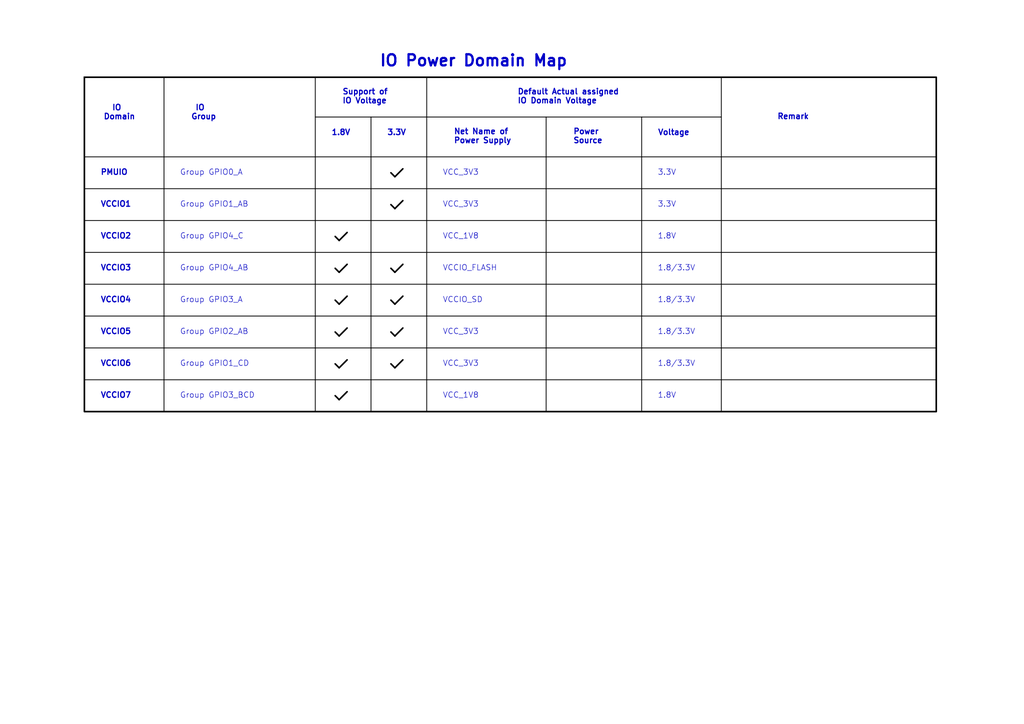
<source format=kicad_sch>
(kicad_sch
	(version 20250114)
	(generator "eeschema")
	(generator_version "9.0")
	(uuid "9608d0a6-f0f5-4560-8f3d-c954185021f3")
	(paper "User" 326.7 231)
	(lib_symbols)
	(rectangle
		(start 298.704 24.638)
		(end 26.924 131.318)
		(stroke
			(width 0.508)
			(type solid)
			(color 0 0 0 1)
		)
		(fill
			(type none)
		)
		(uuid 591db220-c204-4147-9b6d-977b41a3c4a3)
	)
	(text "VCCIO1"
		(exclude_from_sim no)
		(at 32.004 66.294 0)
		(effects
			(font
				(size 1.778 1.778)
				(thickness 0.3556)
				(bold yes)
			)
			(justify left bottom)
		)
		(uuid "01208160-f18d-4ba9-b87d-c9636f6bdca9")
	)
	(text "Group GPIO4_C"
		(exclude_from_sim no)
		(at 57.404 76.454 0)
		(effects
			(font
				(size 1.778 1.778)
			)
			(justify left bottom)
		)
		(uuid "06674655-8de0-4770-9256-da4181a6b3aa")
	)
	(text "1.8/3.3V"
		(exclude_from_sim no)
		(at 209.804 117.094 0)
		(effects
			(font
				(size 1.778 1.778)
			)
			(justify left bottom)
		)
		(uuid "0cfeeed7-0f31-48c7-8d33-ba2903ef38a0")
	)
	(text "VCCIO7"
		(exclude_from_sim no)
		(at 32.004 127.254 0)
		(effects
			(font
				(size 1.778 1.778)
				(thickness 0.3556)
				(bold yes)
			)
			(justify left bottom)
		)
		(uuid "1f8478d8-db74-4531-a947-83b889e5cbd8")
	)
	(text "1.8V"
		(exclude_from_sim no)
		(at 105.664 43.434 0)
		(effects
			(font
				(size 1.778 1.778)
				(thickness 0.3556)
				(bold yes)
			)
			(justify left bottom)
		)
		(uuid "214ef8de-8781-437d-aa1e-ba40cd05d472")
	)
	(text "1.8V"
		(exclude_from_sim no)
		(at 209.804 127.254 0)
		(effects
			(font
				(size 1.778 1.778)
			)
			(justify left bottom)
		)
		(uuid "22832764-6ee4-418b-a91c-808b8482b2e9")
	)
	(text "Group GPIO0_A"
		(exclude_from_sim no)
		(at 57.404 56.134 0)
		(effects
			(font
				(size 1.778 1.778)
			)
			(justify left bottom)
		)
		(uuid "22d1a346-a44b-419c-aaf4-54e9ca396fc7")
	)
	(text "1.8V"
		(exclude_from_sim no)
		(at 209.804 76.454 0)
		(effects
			(font
				(size 1.778 1.778)
			)
			(justify left bottom)
		)
		(uuid "30fe2a08-842a-4a75-9dcd-fc15c3523516")
	)
	(text "VCC_3V3"
		(exclude_from_sim no)
		(at 141.224 56.134 0)
		(effects
			(font
				(size 1.778 1.778)
			)
			(justify left bottom)
		)
		(uuid "35c6d353-99da-4cd0-b80e-f18334d7f8bc")
	)
	(text "Remark"
		(exclude_from_sim no)
		(at 247.904 38.354 0)
		(effects
			(font
				(size 1.778 1.778)
				(thickness 0.3556)
				(bold yes)
			)
			(justify left bottom)
		)
		(uuid "48972f70-4c33-42f5-9c41-434a99767e6b")
	)
	(text "Group GPIO4_AB"
		(exclude_from_sim no)
		(at 57.404 86.614 0)
		(effects
			(font
				(size 1.778 1.778)
			)
			(justify left bottom)
		)
		(uuid "49d3860f-3698-4295-b1fc-2e30dc2ff199")
	)
	(text "VCCIO6"
		(exclude_from_sim no)
		(at 32.004 117.094 0)
		(effects
			(font
				(size 1.778 1.778)
				(thickness 0.3556)
				(bold yes)
			)
			(justify left bottom)
		)
		(uuid "4cd2af8b-448a-4ab1-bea2-2955bec23941")
	)
	(text "Group GPIO3_A"
		(exclude_from_sim no)
		(at 57.404 96.774 0)
		(effects
			(font
				(size 1.778 1.778)
			)
			(justify left bottom)
		)
		(uuid "4d233026-bb67-4dd9-864d-d0533bc677cb")
	)
	(text "3.3V"
		(exclude_from_sim no)
		(at 209.804 56.134 0)
		(effects
			(font
				(size 1.778 1.778)
			)
			(justify left bottom)
		)
		(uuid "4d8ba7c3-a906-4bec-beb5-cbaa5f7c3f56")
	)
	(text "VCCIO3"
		(exclude_from_sim no)
		(at 32.004 86.614 0)
		(effects
			(font
				(size 1.778 1.778)
				(thickness 0.3556)
				(bold yes)
			)
			(justify left bottom)
		)
		(uuid "5fb10604-4fe8-4053-b64c-2a118778da21")
	)
	(text "Group GPIO1_CD"
		(exclude_from_sim no)
		(at 57.404 117.094 0)
		(effects
			(font
				(size 1.778 1.778)
			)
			(justify left bottom)
		)
		(uuid "6cff3f1d-0428-48b3-9784-4ad9cd0f3b69")
	)
	(text "Voltage"
		(exclude_from_sim no)
		(at 209.804 43.434 0)
		(effects
			(font
				(size 1.778 1.778)
				(thickness 0.3556)
				(bold yes)
			)
			(justify left bottom)
		)
		(uuid "703a13d0-5fd4-4ba5-960d-b771f6bcf9c0")
	)
	(text "3.3V"
		(exclude_from_sim no)
		(at 209.804 66.294 0)
		(effects
			(font
				(size 1.778 1.778)
			)
			(justify left bottom)
		)
		(uuid "7e5528f7-0746-40d3-ae36-13ac1d4a1982")
	)
	(text "1.8/3.3V"
		(exclude_from_sim no)
		(at 209.804 106.934 0)
		(effects
			(font
				(size 1.778 1.778)
			)
			(justify left bottom)
		)
		(uuid "8fd5fb01-0565-435c-9c5d-acbc3736b3ea")
	)
	(text "Group GPIO2_AB"
		(exclude_from_sim no)
		(at 57.404 106.934 0)
		(effects
			(font
				(size 1.778 1.778)
			)
			(justify left bottom)
		)
		(uuid "95730d6c-dd42-469c-a1c0-80ac88f88728")
	)
	(text "VCC_1V8"
		(exclude_from_sim no)
		(at 141.224 127.254 0)
		(effects
			(font
				(size 1.778 1.778)
			)
			(justify left bottom)
		)
		(uuid "a33b5cc6-6460-4827-b4a8-b0db5b2c179e")
	)
	(text "VCC_3V3"
		(exclude_from_sim no)
		(at 141.224 66.294 0)
		(effects
			(font
				(size 1.778 1.778)
			)
			(justify left bottom)
		)
		(uuid "ae408ba2-c5ba-4c66-b423-baab613bca16")
	)
	(text "VCCIO5"
		(exclude_from_sim no)
		(at 32.004 106.934 0)
		(effects
			(font
				(size 1.778 1.778)
				(thickness 0.3556)
				(bold yes)
			)
			(justify left bottom)
		)
		(uuid "b4ec247a-d1a1-4706-b529-6f9b80d8b832")
	)
	(text "VCC_3V3"
		(exclude_from_sim no)
		(at 141.224 106.934 0)
		(effects
			(font
				(size 1.778 1.778)
			)
			(justify left bottom)
		)
		(uuid "beb8f1b5-1a90-4a3d-a0fe-001596f5ae4c")
	)
	(text "1.8/3.3V"
		(exclude_from_sim no)
		(at 209.804 86.614 0)
		(effects
			(font
				(size 1.778 1.778)
			)
			(justify left bottom)
		)
		(uuid "c352d448-062b-4d07-805a-9d5f0a9d4026")
	)
	(text "PMUIO"
		(exclude_from_sim no)
		(at 32.004 56.134 0)
		(effects
			(font
				(size 1.778 1.778)
				(thickness 0.3556)
				(bold yes)
			)
			(justify left bottom)
		)
		(uuid "cadc2150-c54a-4b27-945c-b7b713b8d051")
	)
	(text "VCCIO2"
		(exclude_from_sim no)
		(at 32.004 76.454 0)
		(effects
			(font
				(size 1.778 1.778)
				(thickness 0.3556)
				(bold yes)
			)
			(justify left bottom)
		)
		(uuid "d0068026-9e70-4719-8af5-14416c9f8301")
	)
	(text "VCCIO_SD"
		(exclude_from_sim no)
		(at 141.224 96.774 0)
		(effects
			(font
				(size 1.778 1.778)
			)
			(justify left bottom)
		)
		(uuid "d4cec5de-e34b-40a5-a3ce-b46b25cbd557")
	)
	(text "3.3V"
		(exclude_from_sim no)
		(at 123.444 43.434 0)
		(effects
			(font
				(size 1.778 1.778)
				(thickness 0.3556)
				(bold yes)
			)
			(justify left bottom)
		)
		(uuid "dcf26267-cb6b-4c79-bde8-74c3150423cf")
	)
	(text "IO Power Domain Map"
		(exclude_from_sim no)
		(at 120.904 21.59 0)
		(effects
			(font
				(size 3.556 3.556)
				(thickness 0.7112)
				(bold yes)
			)
			(justify left bottom)
		)
		(uuid "ded81c2f-9380-49ec-8b9d-8339ddd49887")
	)
	(text "VCCIO4"
		(exclude_from_sim no)
		(at 32.004 96.774 0)
		(effects
			(font
				(size 1.778 1.778)
				(thickness 0.3556)
				(bold yes)
			)
			(justify left bottom)
		)
		(uuid "e2c88c47-04ca-4a2b-a09a-e6856d75204a")
	)
	(text "VCC_1V8"
		(exclude_from_sim no)
		(at 141.224 76.454 0)
		(effects
			(font
				(size 1.778 1.778)
			)
			(justify left bottom)
		)
		(uuid "e4345b5a-d300-4e13-9295-6e87a11e593f")
	)
	(text "VCCIO_FLASH"
		(exclude_from_sim no)
		(at 141.224 86.614 0)
		(effects
			(font
				(size 1.778 1.778)
			)
			(justify left bottom)
		)
		(uuid "e447f4e8-636e-4565-9d58-bdba48cbb1e2")
	)
	(text "Group GPIO1_AB"
		(exclude_from_sim no)
		(at 57.404 66.294 0)
		(effects
			(font
				(size 1.778 1.778)
			)
			(justify left bottom)
		)
		(uuid "eac02c05-ad8d-493f-a0f8-6a18d2e55161")
	)
	(text "Group GPIO3_BCD"
		(exclude_from_sim no)
		(at 57.404 127.254 0)
		(effects
			(font
				(size 1.778 1.778)
			)
			(justify left bottom)
		)
		(uuid "efc081e5-8331-4c7b-8339-1c1f7cac410c")
	)
	(text "1.8/3.3V"
		(exclude_from_sim no)
		(at 209.804 96.774 0)
		(effects
			(font
				(size 1.778 1.778)
			)
			(justify left bottom)
		)
		(uuid "f0d85772-a9bf-4d9a-a7a5-6168364d40af")
	)
	(text "VCC_3V3"
		(exclude_from_sim no)
		(at 141.224 117.094 0)
		(effects
			(font
				(size 1.778 1.778)
			)
			(justify left bottom)
		)
		(uuid "f67d661e-ca80-4a21-9ca2-0dc45f425c0f")
	)
	(text_box " IO\nGroup"
		(exclude_from_sim no)
		(at 71.12 39.37 0)
		(size -11.176 -7.112)
		(margins 0.9525 0.9525 0.9525 0.9525)
		(stroke
			(width -0.0001)
			(type default)
			(color 0 0 0 1)
		)
		(fill
			(type none)
		)
		(effects
			(font
				(size 1.778 1.778)
				(thickness 0.3556)
				(bold yes)
			)
			(justify left top)
		)
		(uuid "11d27cd6-65c2-4fbd-9d1f-ffb84806e082")
	)
	(text_box "Net Name of\nPower Supply\n"
		(exclude_from_sim no)
		(at 169.164 46.99 0)
		(size -25.4 -7.112)
		(margins 0.9525 0.9525 0.9525 0.9525)
		(stroke
			(width -0.0001)
			(type default)
			(color 0 0 0 1)
		)
		(fill
			(type none)
		)
		(effects
			(font
				(size 1.778 1.778)
				(thickness 0.3556)
				(bold yes)
			)
			(justify left top)
		)
		(uuid "4e1e32d6-2dae-49c2-b472-528f3079680a")
	)
	(text_box "Default Actual assigned \nIO Domain Voltage"
		(exclude_from_sim no)
		(at 213.868 34.29 0)
		(size -49.784 -7.112)
		(margins 0.9525 0.9525 0.9525 0.9525)
		(stroke
			(width -0.0001)
			(type default)
			(color 0 0 0 1)
		)
		(fill
			(type none)
		)
		(effects
			(font
				(size 1.778 1.778)
				(thickness 0.3556)
				(bold yes)
			)
			(justify left top)
		)
		(uuid "63e7f33f-2f36-487c-80d4-ce120f5b5430")
	)
	(text_box "Support of\nIO Voltage"
		(exclude_from_sim no)
		(at 129.54 34.29 0)
		(size -21.336 -7.112)
		(margins 0.9525 0.9525 0.9525 0.9525)
		(stroke
			(width -0.0001)
			(type default)
			(color 0 0 0 1)
		)
		(fill
			(type none)
		)
		(effects
			(font
				(size 1.778 1.778)
				(thickness 0.3556)
				(bold yes)
			)
			(justify left top)
		)
		(uuid "88e2484c-b352-4cfe-81de-582aa2951fa0")
	)
	(text_box "Power \nSource"
		(exclude_from_sim no)
		(at 195.072 46.99 0)
		(size -13.208 -7.112)
		(margins 0.9525 0.9525 0.9525 0.9525)
		(stroke
			(width -0.0001)
			(type default)
			(color 0 0 0 1)
		)
		(fill
			(type none)
		)
		(effects
			(font
				(size 1.778 1.778)
				(thickness 0.3556)
				(bold yes)
			)
			(justify left top)
		)
		(uuid "9153d5a2-2e56-42ef-bb6a-0cbea5a435a4")
	)
	(text_box "  IO\nDomain"
		(exclude_from_sim no)
		(at 45.212 39.37 0)
		(size -13.208 -7.112)
		(margins 0.9525 0.9525 0.9525 0.9525)
		(stroke
			(width -0.0001)
			(type default)
			(color 0 0 0 1)
		)
		(fill
			(type none)
		)
		(effects
			(font
				(size 1.778 1.778)
				(thickness 0.3556)
				(bold yes)
			)
			(justify left top)
		)
		(uuid "ea60ca3c-2e2e-449a-90d2-ca49d8e8251b")
	)
	(polyline
		(pts
			(xy 124.714 55.118) (xy 125.984 56.388)
		)
		(stroke
			(width 0.508)
			(type solid)
			(color 0 0 0 1)
		)
		(uuid "0f1861b8-fd7b-4e65-8422-cc73be3d8cf3")
	)
	(polyline
		(pts
			(xy 108.204 107.188) (xy 110.744 104.648)
		)
		(stroke
			(width 0.508)
			(type solid)
			(color 0 0 0 1)
		)
		(uuid "198d67af-ac66-4a72-b58e-bb5e940a3825")
	)
	(polyline
		(pts
			(xy 125.984 66.548) (xy 128.524 64.008)
		)
		(stroke
			(width 0.508)
			(type solid)
			(color 0 0 0 1)
		)
		(uuid "1fb2e486-71ae-47a6-99cc-7f84586903b4")
	)
	(polyline
		(pts
			(xy 26.924 110.998) (xy 298.704 110.998)
		)
		(stroke
			(width 0.254)
			(type solid)
			(color 0 0 0 1)
		)
		(uuid "2070e62a-ef4a-4b6e-9978-dd11e670de6d")
	)
	(polyline
		(pts
			(xy 125.984 117.348) (xy 128.524 114.808)
		)
		(stroke
			(width 0.508)
			(type solid)
			(color 0 0 0 1)
		)
		(uuid "27c3669c-9520-4428-90bf-64bdd926566a")
	)
	(polyline
		(pts
			(xy 230.124 24.638) (xy 230.124 131.318)
		)
		(stroke
			(width 0.254)
			(type solid)
			(color 0 0 0 1)
		)
		(uuid "2b60e9cb-9d70-4a54-bc22-67d8cc684845")
	)
	(polyline
		(pts
			(xy 26.924 50.038) (xy 298.704 50.038)
		)
		(stroke
			(width 0.254)
			(type solid)
			(color 0 0 0 1)
		)
		(uuid "2c91c7e6-9bdd-4a79-9bf8-09d776c869d9")
	)
	(polyline
		(pts
			(xy 125.984 86.868) (xy 128.524 84.328)
		)
		(stroke
			(width 0.508)
			(type solid)
			(color 0 0 0 1)
		)
		(uuid "2ca7799c-2a42-4f9c-97ab-89cf9f8cac72")
	)
	(polyline
		(pts
			(xy 125.984 107.188) (xy 128.524 104.648)
		)
		(stroke
			(width 0.508)
			(type solid)
			(color 0 0 0 1)
		)
		(uuid "3526e60d-8d99-4cdc-a473-5e7b457e7517")
	)
	(polyline
		(pts
			(xy 100.584 37.338) (xy 230.124 37.338)
		)
		(stroke
			(width 0.254)
			(type solid)
			(color 0 0 0 1)
		)
		(uuid "3bdf4a44-8eb9-4eb5-b78b-0004d756b984")
	)
	(polyline
		(pts
			(xy 124.714 85.598) (xy 125.984 86.868)
		)
		(stroke
			(width 0.508)
			(type solid)
			(color 0 0 0 1)
		)
		(uuid "3ddfe859-43f4-4db6-a4ca-cc2031e63914")
	)
	(polyline
		(pts
			(xy 100.584 24.638) (xy 100.584 131.318)
		)
		(stroke
			(width 0.254)
			(type solid)
			(color 0 0 0 1)
		)
		(uuid "3f401d9a-38bd-4006-9ba9-cbc9fef4a490")
	)
	(polyline
		(pts
			(xy 106.934 75.438) (xy 108.204 76.708)
		)
		(stroke
			(width 0.508)
			(type solid)
			(color 0 0 0 1)
		)
		(uuid "5056ff08-ecfe-481a-a806-21f20977f801")
	)
	(polyline
		(pts
			(xy 26.924 121.158) (xy 298.704 121.158)
		)
		(stroke
			(width 0.254)
			(type solid)
			(color 0 0 0 1)
		)
		(uuid "5621913e-be0d-4eff-badf-91d8b93296a4")
	)
	(polyline
		(pts
			(xy 204.724 37.338) (xy 204.724 131.318)
		)
		(stroke
			(width 0.254)
			(type solid)
			(color 0 0 0 1)
		)
		(uuid "59271a67-84ea-4c1e-ae4a-29979ad04d92")
	)
	(polyline
		(pts
			(xy 124.714 116.078) (xy 125.984 117.348)
		)
		(stroke
			(width 0.508)
			(type solid)
			(color 0 0 0 1)
		)
		(uuid "5acceb82-6f24-48da-9d42-73a4965412c6")
	)
	(polyline
		(pts
			(xy 174.244 37.338) (xy 174.244 131.318)
		)
		(stroke
			(width 0.254)
			(type solid)
			(color 0 0 0 1)
		)
		(uuid "5bb36818-86b1-425a-938c-2fbd6c3e8d5e")
	)
	(polyline
		(pts
			(xy 106.934 85.598) (xy 108.204 86.868)
		)
		(stroke
			(width 0.508)
			(type solid)
			(color 0 0 0 1)
		)
		(uuid "5c582e9a-7f6a-4dba-ad24-4419adebc646")
	)
	(polyline
		(pts
			(xy 108.204 86.868) (xy 110.744 84.328)
		)
		(stroke
			(width 0.508)
			(type solid)
			(color 0 0 0 1)
		)
		(uuid "63f90e76-7f60-4fd8-9cbb-5ad1a83b6a62")
	)
	(polyline
		(pts
			(xy 26.924 90.678) (xy 298.704 90.678)
		)
		(stroke
			(width 0.254)
			(type solid)
			(color 0 0 0 1)
		)
		(uuid "68058961-97d3-4967-8cbd-42360dce0366")
	)
	(polyline
		(pts
			(xy 108.204 127.508) (xy 110.744 124.968)
		)
		(stroke
			(width 0.508)
			(type solid)
			(color 0 0 0 1)
		)
		(uuid "68205462-18e4-41ae-8081-fb2f9ca8d553")
	)
	(polyline
		(pts
			(xy 125.984 56.388) (xy 128.524 53.848)
		)
		(stroke
			(width 0.508)
			(type solid)
			(color 0 0 0 1)
		)
		(uuid "699480cb-cdb5-4d13-a9e4-91fd007ce2f3")
	)
	(polyline
		(pts
			(xy 108.204 97.028) (xy 110.744 94.488)
		)
		(stroke
			(width 0.508)
			(type solid)
			(color 0 0 0 1)
		)
		(uuid "6af3eb0e-6fba-4212-aee0-b12ece7790aa")
	)
	(polyline
		(pts
			(xy 124.714 65.278) (xy 125.984 66.548)
		)
		(stroke
			(width 0.508)
			(type solid)
			(color 0 0 0 1)
		)
		(uuid "6cc0bcd2-53ef-4979-b30f-6ec84317f185")
	)
	(polyline
		(pts
			(xy 108.204 117.348) (xy 110.744 114.808)
		)
		(stroke
			(width 0.508)
			(type solid)
			(color 0 0 0 1)
		)
		(uuid "7d9b8790-a07e-471a-b38e-10b6a738a3d2")
	)
	(polyline
		(pts
			(xy 26.924 80.518) (xy 298.704 80.518)
		)
		(stroke
			(width 0.254)
			(type solid)
			(color 0 0 0 1)
		)
		(uuid "8396a390-f146-497a-8bc2-7f0d5732fb96")
	)
	(polyline
		(pts
			(xy 124.714 105.918) (xy 125.984 107.188)
		)
		(stroke
			(width 0.508)
			(type solid)
			(color 0 0 0 1)
		)
		(uuid "83cb9492-53dd-4205-910c-54423bfde0e8")
	)
	(polyline
		(pts
			(xy 124.714 95.758) (xy 125.984 97.028)
		)
		(stroke
			(width 0.508)
			(type solid)
			(color 0 0 0 1)
		)
		(uuid "861a779a-579f-4a80-80a1-631416be81bf")
	)
	(polyline
		(pts
			(xy 108.204 76.708) (xy 110.744 74.168)
		)
		(stroke
			(width 0.508)
			(type solid)
			(color 0 0 0 1)
		)
		(uuid "87564815-5f3a-4b06-b77f-bfd23cb32726")
	)
	(polyline
		(pts
			(xy 26.924 100.838) (xy 298.704 100.838)
		)
		(stroke
			(width 0.254)
			(type solid)
			(color 0 0 0 1)
		)
		(uuid "88e39837-9ba4-46a0-be31-cf29f6efce6b")
	)
	(polyline
		(pts
			(xy 106.934 95.758) (xy 108.204 97.028)
		)
		(stroke
			(width 0.508)
			(type solid)
			(color 0 0 0 1)
		)
		(uuid "9815b9e4-0fba-4b5f-9cca-27b4dd7aad2e")
	)
	(polyline
		(pts
			(xy 118.364 37.338) (xy 118.364 131.318)
		)
		(stroke
			(width 0.254)
			(type solid)
			(color 0 0 0 1)
		)
		(uuid "9dd3294b-498a-4776-b184-d16a8280921d")
	)
	(polyline
		(pts
			(xy 136.144 24.638) (xy 136.144 131.318)
		)
		(stroke
			(width 0.254)
			(type solid)
			(color 0 0 0 1)
		)
		(uuid "a0df3de5-144e-4cf4-be2d-55a6c5352d92")
	)
	(polyline
		(pts
			(xy 106.934 116.078) (xy 108.204 117.348)
		)
		(stroke
			(width 0.508)
			(type solid)
			(color 0 0 0 1)
		)
		(uuid "a75cdae2-400f-4da2-bb9f-ecb1c5026a69")
	)
	(polyline
		(pts
			(xy 106.934 105.918) (xy 108.204 107.188)
		)
		(stroke
			(width 0.508)
			(type solid)
			(color 0 0 0 1)
		)
		(uuid "bae1c880-cf1d-40bb-9a18-b00b2893b4fa")
	)
	(polyline
		(pts
			(xy 26.924 70.358) (xy 298.704 70.358)
		)
		(stroke
			(width 0.254)
			(type solid)
			(color 0 0 0 1)
		)
		(uuid "bfc075fb-dc3a-4ae9-9fa2-ce0c66a3dcef")
	)
	(polyline
		(pts
			(xy 52.324 24.638) (xy 52.324 131.318)
		)
		(stroke
			(width 0.254)
			(type solid)
			(color 0 0 0 1)
		)
		(uuid "cc6ccedf-6ad1-4c09-aed8-f128cdcadfed")
	)
	(polyline
		(pts
			(xy 106.934 126.238) (xy 108.204 127.508)
		)
		(stroke
			(width 0.508)
			(type solid)
			(color 0 0 0 1)
		)
		(uuid "d1a0e5fc-bee3-493c-9c3e-b7b083595adf")
	)
	(polyline
		(pts
			(xy 26.924 60.198) (xy 298.704 60.198)
		)
		(stroke
			(width 0.254)
			(type solid)
			(color 0 0 0 1)
		)
		(uuid "dd22c589-b23f-43fd-8f87-63db10496d69")
	)
	(polyline
		(pts
			(xy 125.984 97.028) (xy 128.524 94.488)
		)
		(stroke
			(width 0.508)
			(type solid)
			(color 0 0 0 1)
		)
		(uuid "e1f3c597-d557-4dfd-9eb7-d549e0bd141f")
	)
)

</source>
